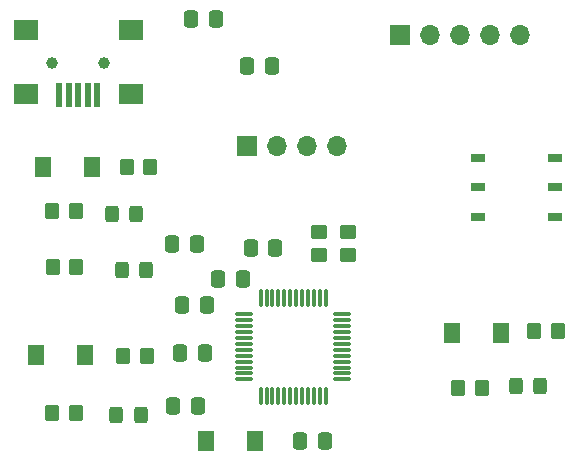
<source format=gbr>
%TF.GenerationSoftware,KiCad,Pcbnew,(6.0.1)*%
%TF.CreationDate,2022-04-19T02:49:18-05:00*%
%TF.ProjectId,pcb_w_STM32F030C8T6,7063625f-775f-4535-944d-333246303330,rev?*%
%TF.SameCoordinates,Original*%
%TF.FileFunction,Soldermask,Top*%
%TF.FilePolarity,Negative*%
%FSLAX46Y46*%
G04 Gerber Fmt 4.6, Leading zero omitted, Abs format (unit mm)*
G04 Created by KiCad (PCBNEW (6.0.1)) date 2022-04-19 02:49:18*
%MOMM*%
%LPD*%
G01*
G04 APERTURE LIST*
G04 Aperture macros list*
%AMRoundRect*
0 Rectangle with rounded corners*
0 $1 Rounding radius*
0 $2 $3 $4 $5 $6 $7 $8 $9 X,Y pos of 4 corners*
0 Add a 4 corners polygon primitive as box body*
4,1,4,$2,$3,$4,$5,$6,$7,$8,$9,$2,$3,0*
0 Add four circle primitives for the rounded corners*
1,1,$1+$1,$2,$3*
1,1,$1+$1,$4,$5*
1,1,$1+$1,$6,$7*
1,1,$1+$1,$8,$9*
0 Add four rect primitives between the rounded corners*
20,1,$1+$1,$2,$3,$4,$5,0*
20,1,$1+$1,$4,$5,$6,$7,0*
20,1,$1+$1,$6,$7,$8,$9,0*
20,1,$1+$1,$8,$9,$2,$3,0*%
G04 Aperture macros list end*
%ADD10RoundRect,0.250000X-0.350000X-0.450000X0.350000X-0.450000X0.350000X0.450000X-0.350000X0.450000X0*%
%ADD11RoundRect,0.250000X0.450000X-0.350000X0.450000X0.350000X-0.450000X0.350000X-0.450000X-0.350000X0*%
%ADD12RoundRect,0.250000X-0.325000X-0.450000X0.325000X-0.450000X0.325000X0.450000X-0.325000X0.450000X0*%
%ADD13RoundRect,0.250000X-0.337500X-0.475000X0.337500X-0.475000X0.337500X0.475000X-0.337500X0.475000X0*%
%ADD14R,1.350000X1.800000*%
%ADD15R,1.200000X0.700000*%
%ADD16R,1.700000X1.700000*%
%ADD17O,1.700000X1.700000*%
%ADD18C,1.000000*%
%ADD19R,0.500000X2.000000*%
%ADD20R,2.000000X1.700000*%
%ADD21RoundRect,0.075000X-0.662500X-0.075000X0.662500X-0.075000X0.662500X0.075000X-0.662500X0.075000X0*%
%ADD22RoundRect,0.075000X-0.075000X-0.662500X0.075000X-0.662500X0.075000X0.662500X-0.075000X0.662500X0*%
G04 APERTURE END LIST*
D10*
%TO.C,R9*%
X54700000Y-97800000D03*
X56700000Y-97800000D03*
%TD*%
%TO.C,R8*%
X89500000Y-95700000D03*
X91500000Y-95700000D03*
%TD*%
%TO.C,R7*%
X55000000Y-81750000D03*
X57000000Y-81750000D03*
%TD*%
%TO.C,R6*%
X48700000Y-102600000D03*
X50700000Y-102600000D03*
%TD*%
%TO.C,R5*%
X83075000Y-100500000D03*
X85075000Y-100500000D03*
%TD*%
%TO.C,R4*%
X48700000Y-85500000D03*
X50700000Y-85500000D03*
%TD*%
%TO.C,R3*%
X48737500Y-90200000D03*
X50737500Y-90200000D03*
%TD*%
D11*
%TO.C,R2*%
X71250000Y-89250000D03*
X71250000Y-87250000D03*
%TD*%
%TO.C,R1*%
X73750000Y-89250000D03*
X73750000Y-87250000D03*
%TD*%
D12*
%TO.C,D4*%
X54137500Y-102800000D03*
X56187500Y-102800000D03*
%TD*%
%TO.C,D3*%
X87975000Y-100300000D03*
X90025000Y-100300000D03*
%TD*%
%TO.C,D2*%
X53725000Y-85750000D03*
X55775000Y-85750000D03*
%TD*%
%TO.C,D1*%
X54575000Y-90500000D03*
X56625000Y-90500000D03*
%TD*%
D13*
%TO.C,C9*%
X65212500Y-73250000D03*
X67287500Y-73250000D03*
%TD*%
%TO.C,C8*%
X60462500Y-69250000D03*
X62537500Y-69250000D03*
%TD*%
%TO.C,C7*%
X62762500Y-91250000D03*
X64837500Y-91250000D03*
%TD*%
%TO.C,C6*%
X65512500Y-88600000D03*
X67587500Y-88600000D03*
%TD*%
%TO.C,C5*%
X58962500Y-102000000D03*
X61037500Y-102000000D03*
%TD*%
%TO.C,C4*%
X59712500Y-93500000D03*
X61787500Y-93500000D03*
%TD*%
%TO.C,C3*%
X59562500Y-97500000D03*
X61637500Y-97500000D03*
%TD*%
%TO.C,C2*%
X58862500Y-88300000D03*
X60937500Y-88300000D03*
%TD*%
%TO.C,C1*%
X69712500Y-105000000D03*
X71787500Y-105000000D03*
%TD*%
D14*
%TO.C,SW4*%
X82537500Y-95800000D03*
X86687500Y-95800000D03*
%TD*%
%TO.C,SW1*%
X61725000Y-105000000D03*
X65875000Y-105000000D03*
%TD*%
D15*
%TO.C,SW2*%
X91250000Y-81000000D03*
X91250000Y-86000000D03*
X91250000Y-83500000D03*
X84750000Y-81000000D03*
X84750000Y-83500000D03*
X84750000Y-86000000D03*
%TD*%
D16*
%TO.C,J2*%
X78125000Y-70600000D03*
D17*
X80665000Y-70600000D03*
X83205000Y-70600000D03*
X85745000Y-70600000D03*
X88285000Y-70600000D03*
%TD*%
D18*
%TO.C,J3*%
X48700000Y-73000000D03*
X53100000Y-73000000D03*
D19*
X52500000Y-75700000D03*
X51700000Y-75700000D03*
X50900000Y-75700000D03*
X50100000Y-75700000D03*
X49300000Y-75700000D03*
D20*
X55350000Y-75600000D03*
X46450000Y-75600000D03*
X55350000Y-70150000D03*
X46450000Y-70150000D03*
%TD*%
D14*
%TO.C,SW3*%
X47925000Y-81750000D03*
X52075000Y-81750000D03*
%TD*%
D16*
%TO.C,J1*%
X65200000Y-79975000D03*
D17*
X67740000Y-79975000D03*
X70280000Y-79975000D03*
X72820000Y-79975000D03*
%TD*%
D14*
%TO.C,SW5*%
X47350000Y-97700000D03*
X51500000Y-97700000D03*
%TD*%
D21*
%TO.C,U1*%
X64937500Y-94250000D03*
X64937500Y-94750000D03*
X64937500Y-95250000D03*
X64937500Y-95750000D03*
X64937500Y-96250000D03*
X64937500Y-96750000D03*
X64937500Y-97250000D03*
X64937500Y-97750000D03*
X64937500Y-98250000D03*
X64937500Y-98750000D03*
X64937500Y-99250000D03*
X64937500Y-99750000D03*
D22*
X66350000Y-101162500D03*
X66850000Y-101162500D03*
X67350000Y-101162500D03*
X67850000Y-101162500D03*
X68350000Y-101162500D03*
X68850000Y-101162500D03*
X69350000Y-101162500D03*
X69850000Y-101162500D03*
X70350000Y-101162500D03*
X70850000Y-101162500D03*
X71350000Y-101162500D03*
X71850000Y-101162500D03*
D21*
X73262500Y-99750000D03*
X73262500Y-99250000D03*
X73262500Y-98750000D03*
X73262500Y-98250000D03*
X73262500Y-97750000D03*
X73262500Y-97250000D03*
X73262500Y-96750000D03*
X73262500Y-96250000D03*
X73262500Y-95750000D03*
X73262500Y-95250000D03*
X73262500Y-94750000D03*
X73262500Y-94250000D03*
D22*
X71850000Y-92837500D03*
X71350000Y-92837500D03*
X70850000Y-92837500D03*
X70350000Y-92837500D03*
X69850000Y-92837500D03*
X69350000Y-92837500D03*
X68850000Y-92837500D03*
X68350000Y-92837500D03*
X67850000Y-92837500D03*
X67350000Y-92837500D03*
X66850000Y-92837500D03*
X66350000Y-92837500D03*
%TD*%
M02*

</source>
